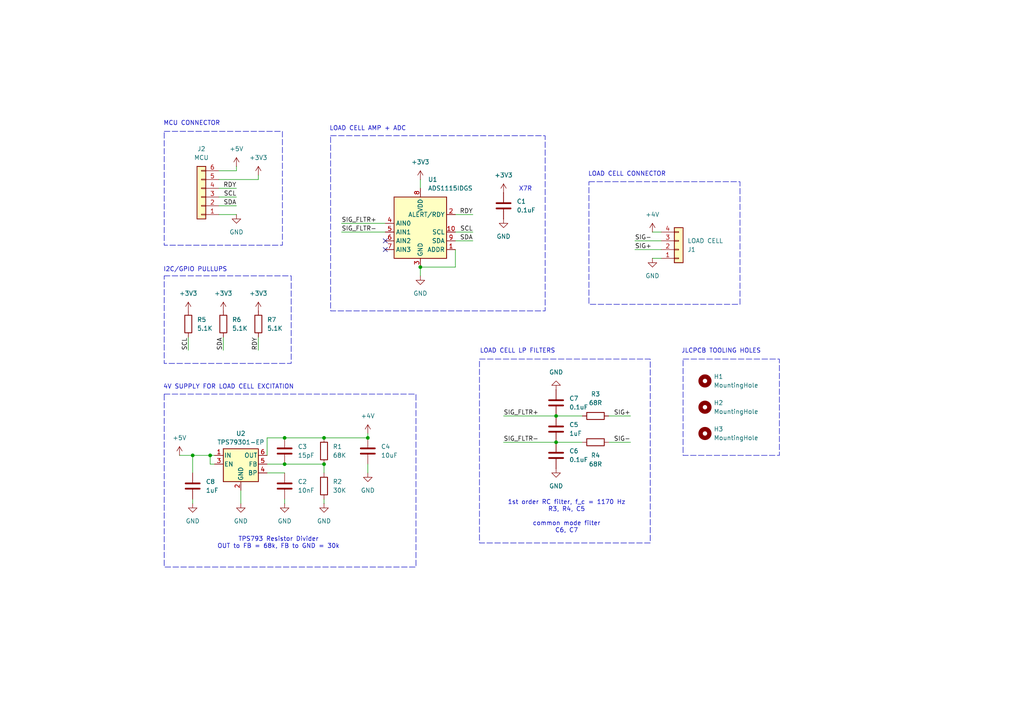
<source format=kicad_sch>
(kicad_sch (version 20231120) (generator "eeschema") (generator_version "8.0")
  (paper "A4")
  (lib_symbols
    (symbol "Analog_ADC:ADS1115IDGS"
      (property "Reference" "U" (at 2.54 13.97 0))
      (property "Value" "ADS1115IDGS" (at 7.62 11.43 0))
      (symbol "ADS1115IDGS_0_1"
        (rectangle (start -7.62 10.16) (end 7.62 -7.62) (stroke (width 0.254)) (fill (type background)))
      )
      (symbol "ADS1115IDGS_1_1"
        (pin input line (at 10.16 -5.08 180) (length 2.54) (name "ADDR") (number "1"))
        (pin input line (at 10.16 0 180) (length 2.54) (name "SCL") (number "10"))
        (pin output line (at 10.16 5.08 180) (length 2.54) (name "ALERT/RDY") (number "2"))
        (pin power_in line (at 0 -10.16 90) (length 2.54) (name "GND") (number "3"))
        (pin input line (at -10.16 2.54 0) (length 2.54) (name "AIN0") (number "4"))
        (pin input line (at -10.16 0 0) (length 2.54) (name "AIN1") (number "5"))
        (pin input line (at -10.16 -2.54 0) (length 2.54) (name "AIN2") (number "6"))
        (pin input line (at -10.16 -5.08 0) (length 2.54) (name "AIN3") (number "7"))
        (pin power_in line (at 0 12.7 270) (length 2.54) (name "VDD") (number "8"))
        (pin bidirectional line (at 10.16 -2.54 180) (length 2.54) (name "SDA") (number "9"))
      )
    )
    (symbol "Connector_Generic:Conn_01x04" (pin_names (offset 1.016) hide)
      (property "Reference" "J" (at 0 5.08 0))
      (property "Value" "Conn_01x04" (at 0 -7.62 0))
      (symbol "Conn_01x04_1_1"
        (rectangle (start -1.27 -4.953) (end 0 -5.207) (stroke (width 0.1524)))
        (rectangle (start -1.27 -2.413) (end 0 -2.667) (stroke (width 0.1524)))
        (rectangle (start -1.27 0.127) (end 0 -0.127) (stroke (width 0.1524)))
        (rectangle (start -1.27 2.667) (end 0 2.413) (stroke (width 0.1524)))
        (rectangle (start -1.27 3.81) (end 1.27 -6.35) (stroke (width 0.254)) (fill (type background)))
        (pin passive line (at -5.08 2.54 0) (length 3.81) (name "Pin_1") (number "1"))
        (pin passive line (at -5.08 0 0) (length 3.81) (name "Pin_2") (number "2"))
        (pin passive line (at -5.08 -2.54 0) (length 3.81) (name "Pin_3") (number "3"))
        (pin passive line (at -5.08 -5.08 0) (length 3.81) (name "Pin_4") (number "4"))
      )
    )
    (symbol "Connector_Generic:Conn_01x06" (pin_names (offset 1.016) hide)
      (property "Reference" "J" (at 0 7.62 0))
      (property "Value" "Conn_01x06" (at 0 -10.16 0))
      (symbol "Conn_01x06_1_1"
        (rectangle (start -1.27 -7.493) (end 0 -7.747) (stroke (width 0.1524)))
        (rectangle (start -1.27 -4.953) (end 0 -5.207) (stroke (width 0.1524)))
        (rectangle (start -1.27 -2.413) (end 0 -2.667) (stroke (width 0.1524)))
        (rectangle (start -1.27 0.127) (end 0 -0.127) (stroke (width 0.1524)))
        (rectangle (start -1.27 2.667) (end 0 2.413) (stroke (width 0.1524)))
        (rectangle (start -1.27 5.207) (end 0 4.953) (stroke (width 0.1524)))
        (rectangle (start -1.27 6.35) (end 1.27 -8.89) (stroke (width 0.254)) (fill (type background)))
        (pin passive line (at -5.08 5.08 0) (length 3.81) (name "Pin_1") (number "1"))
        (pin passive line (at -5.08 2.54 0) (length 3.81) (name "Pin_2") (number "2"))
        (pin passive line (at -5.08 0 0) (length 3.81) (name "Pin_3") (number "3"))
        (pin passive line (at -5.08 -2.54 0) (length 3.81) (name "Pin_4") (number "4"))
        (pin passive line (at -5.08 -5.08 0) (length 3.81) (name "Pin_5") (number "5"))
        (pin passive line (at -5.08 -7.62 0) (length 3.81) (name "Pin_6") (number "6"))
      )
    )
    (symbol "Device:C" (pin_numbers hide) (pin_names (offset 0.254))
      (property "Reference" "C" (at 0.635 2.54 0))
      (property "Value" "C" (at 0.635 -2.54 0))
      (symbol "C_0_1"
        (polyline (pts (xy -2.032 -0.762) (xy 2.032 -0.762)) (stroke (width 0.508)))
        (polyline (pts (xy -2.032 0.762) (xy 2.032 0.762)) (stroke (width 0.508)))
      )
      (symbol "C_1_1"
        (pin passive line (at 0 3.81 270) (length 2.794) (name "~") (number "1"))
        (pin passive line (at 0 -3.81 90) (length 2.794) (name "~") (number "2"))
      )
    )
    (symbol "Device:R" (pin_numbers hide) (pin_names (offset 0))
      (property "Reference" "R" (at 2.032 0 90))
      (property "Value" "R" (at 0 0 90))
      (symbol "R_0_1"
        (rectangle (start -1.016 -2.54) (end 1.016 2.54) (stroke (width 0.254)))
      )
      (symbol "R_1_1"
        (pin passive line (at 0 3.81 270) (length 1.27) (name "~") (number "1"))
        (pin passive line (at 0 -3.81 90) (length 1.27) (name "~") (number "2"))
      )
    )
    (symbol "Mechanical:MountingHole" (pin_names (offset 1.016)) (exclude_from_sim yes) (in_bom no)
      (property "Reference" "H" (at 0 5.08 0))
      (property "Value" "MountingHole" (at 0 3.175 0))
      (symbol "MountingHole_0_1"
        (circle (center 0 0) (radius 1.27) (stroke (width 1.27)))
      )
    )
    (symbol "Regulator_Linear:TPS79301-EP" (pin_names (offset 0.254))
      (property "Reference" "U" (at -3.81 5.715 0))
      (property "Value" "TPS79301-EP" (at 0 5.715 0))
      (symbol "TPS79301-EP_1_1"
        (rectangle (start 5.08 -5.08) (end -5.08 4.445) (stroke (width 0.254)) (fill (type background)))
        (pin power_in line (at -7.62 2.54 0) (length 2.54) (name "IN") (number "1"))
        (pin power_in line (at 0 -7.62 90) (length 2.54) (name "GND") (number "2"))
        (pin input line (at -7.62 0 0) (length 2.54) (name "EN") (number "3"))
        (pin passive line (at 7.62 -2.54 180) (length 2.54) (name "BP") (number "4"))
        (pin input line (at 7.62 0 180) (length 2.54) (name "FB") (number "5"))
        (pin power_out line (at 7.62 2.54 180) (length 2.54) (name "OUT") (number "6"))
      )
    )
    (symbol "power:+3V3" (power) (pin_numbers hide) (pin_names (offset 0) hide)
      (property "Value" "+3V3" (at 0 3.556 0))
      (symbol "+3V3_0_1"
        (polyline (pts (xy -0.762 1.27) (xy 0 2.54)))
        (polyline (pts (xy 0 0) (xy 0 2.54)))
        (polyline (pts (xy 0 2.54) (xy 0.762 1.27)))
      )
      (symbol "+3V3_1_1"
        (pin power_in line (at 0 0 90) (length 0) (name "~") (number "1"))
      )
    )
    (symbol "power:+4V" (power) (pin_numbers hide) (pin_names (offset 0) hide)
      (property "Value" "+4V" (at 0 3.556 0))
      (symbol "+4V_0_1"
        (polyline (pts (xy -0.762 1.27) (xy 0 2.54)))
        (polyline (pts (xy 0 0) (xy 0 2.54)))
        (polyline (pts (xy 0 2.54) (xy 0.762 1.27)))
      )
      (symbol "+4V_1_1"
        (pin power_in line (at 0 0 90) (length 0) (name "~") (number "1"))
      )
    )
    (symbol "power:+5V" (power) (pin_numbers hide) (pin_names (offset 0) hide)
      (property "Value" "+5V" (at 0 3.556 0))
      (symbol "+5V_0_1"
        (polyline (pts (xy -0.762 1.27) (xy 0 2.54)))
        (polyline (pts (xy 0 0) (xy 0 2.54)))
        (polyline (pts (xy 0 2.54) (xy 0.762 1.27)))
      )
      (symbol "+5V_1_1"
        (pin power_in line (at 0 0 90) (length 0) (name "~") (number "1"))
      )
    )
    (symbol "power:GND" (power) (pin_numbers hide) (pin_names (offset 0) hide)
      (property "Value" "GND" (at 0 -3.81 0))
      (symbol "GND_0_1"
        (polyline (pts (xy 0 0) (xy 0 -1.27) (xy 1.27 -1.27) (xy 0 -2.54) (xy -1.27 -1.27) (xy 0 -1.27)))
      )
      (symbol "GND_1_1"
        (pin power_in line (at 0 0 270) (length 0) (name "~") (number "1"))
      )
    )
  )
  (junction (at 93.98 127))
  (junction (at 82.55 134.62))
  (junction (at 106.68 127))
  (junction (at 55.88 132.08))
  (junction (at 121.92 77.47))
  (junction (at 161.29 128.27))
  (junction (at 161.29 120.65))
  (junction (at 60.96 132.08))
  (junction (at 93.98 134.62))
  (junction (at 82.55 127))
  (no_connect (at 111.76 69.85))
  (no_connect (at 111.76 72.39))
  (wire (pts (xy 82.55 134.62) (xy 93.98 134.62)))
  (wire (pts (xy 132.08 67.31) (xy 137.16 67.31)))
  (wire (pts (xy 106.68 137.16) (xy 106.68 134.62)))
  (wire (pts (xy 82.55 127) (xy 93.98 127)))
  (wire (pts (xy 132.08 69.85) (xy 137.16 69.85)))
  (wire (pts (xy 146.05 120.65) (xy 161.29 120.65)))
  (wire (pts (xy 63.5 54.61) (xy 68.58 54.61)))
  (wire (pts (xy 99.06 67.31) (xy 111.76 67.31)))
  (wire (pts (xy 77.47 134.62) (xy 82.55 134.62)))
  (wire (pts (xy 74.93 52.07) (xy 74.93 50.8)))
  (wire (pts (xy 161.29 128.27) (xy 168.91 128.27)))
  (wire (pts (xy 184.15 72.39) (xy 191.77 72.39)))
  (wire (pts (xy 121.92 77.47) (xy 121.92 80.01)))
  (wire (pts (xy 132.08 77.47) (xy 121.92 77.47)))
  (wire (pts (xy 189.23 74.93) (xy 191.77 74.93)))
  (wire (pts (xy 63.5 62.23) (xy 68.58 62.23)))
  (wire (pts (xy 68.58 49.53) (xy 68.58 48.26)))
  (wire (pts (xy 63.5 57.15) (xy 68.58 57.15)))
  (wire (pts (xy 121.92 52.07) (xy 121.92 54.61)))
  (wire (pts (xy 62.23 134.62) (xy 60.96 134.62)))
  (wire (pts (xy 93.98 137.16) (xy 93.98 134.62)))
  (wire (pts (xy 63.5 52.07) (xy 74.93 52.07)))
  (wire (pts (xy 63.5 59.69) (xy 68.58 59.69)))
  (wire (pts (xy 60.96 132.08) (xy 62.23 132.08)))
  (wire (pts (xy 176.53 120.65) (xy 182.88 120.65)))
  (wire (pts (xy 55.88 144.78) (xy 55.88 146.05)))
  (wire (pts (xy 106.68 125.73) (xy 106.68 127)))
  (wire (pts (xy 93.98 127) (xy 106.68 127)))
  (wire (pts (xy 184.15 69.85) (xy 191.77 69.85)))
  (wire (pts (xy 93.98 144.78) (xy 93.98 146.05)))
  (wire (pts (xy 176.53 128.27) (xy 182.88 128.27)))
  (wire (pts (xy 82.55 144.78) (xy 82.55 146.05)))
  (wire (pts (xy 54.61 97.79) (xy 54.61 101.6)))
  (wire (pts (xy 52.07 132.08) (xy 55.88 132.08)))
  (wire (pts (xy 74.93 97.79) (xy 74.93 101.6)))
  (wire (pts (xy 161.29 120.65) (xy 168.91 120.65)))
  (wire (pts (xy 63.5 49.53) (xy 68.58 49.53)))
  (wire (pts (xy 99.06 64.77) (xy 111.76 64.77)))
  (wire (pts (xy 77.47 137.16) (xy 82.55 137.16)))
  (wire (pts (xy 55.88 132.08) (xy 55.88 137.16)))
  (wire (pts (xy 55.88 132.08) (xy 60.96 132.08)))
  (wire (pts (xy 77.47 132.08) (xy 77.47 127)))
  (wire (pts (xy 69.85 142.24) (xy 69.85 146.05)))
  (wire (pts (xy 146.05 128.27) (xy 161.29 128.27)))
  (wire (pts (xy 132.08 62.23) (xy 137.16 62.23)))
  (wire (pts (xy 132.08 72.39) (xy 132.08 77.47)))
  (wire (pts (xy 64.77 97.79) (xy 64.77 101.6)))
  (wire (pts (xy 60.96 134.62) (xy 60.96 132.08)))
  (wire (pts (xy 77.47 127) (xy 82.55 127)))
  (wire (pts (xy 189.23 67.31) (xy 191.77 67.31)))
  (rectangle (start 170.815 52.705) (end 214.63 88.265) (stroke (width 0) (type dash)))
  (rectangle (start 47.625 38.1) (end 81.915 71.12) (stroke (width 0) (type dash)))
  (rectangle (start 139.065 104.14) (end 188.595 157.48) (stroke (width 0) (type dash)))
  (rectangle (start 47.625 80.01) (end 84.455 105.41) (stroke (width 0) (type dash)))
  (rectangle (start 47.625 114.3) (end 120.65 164.465) (stroke (width 0) (type dash)))
  (rectangle (start 95.885 39.37) (end 158.115 90.17) (stroke (width 0) (type dash)))
  (rectangle (start 198.12 104.14) (end 226.06 132.08) (stroke (width 0) (type dash)))
  (text "LOAD CELL AMP + ADC" (at 106.68 37.338 0) (effects (font (size 1.27 1.27))))
  (text "MCU CONNECTOR" (at 55.626 35.814 0) (effects (font (size 1.27 1.27))))
  (text "1st order RC filter, f_c = 1170 Hz\nR3, R4, C5\n\ncommon mode filter\nC6, C7\n" (at 164.338 149.86 0) (effects (font (size 1.27 1.27))))
  (text "JLCPCB TOOLING HOLES" (at 209.169 101.854 0) (effects (font (size 1.27 1.27))))
  (text "LOAD CELL CONNECTOR" (at 181.864 50.546 0) (effects (font (size 1.27 1.27))))
  (text "TPS793 Resistor Divider\nOUT to FB = 68k, FB to GND = 30k" (at 80.772 157.48 0) (effects (font (size 1.27 1.27))))
  (text "I2C/GPIO PULLUPS" (at 56.642 78.232 0) (effects (font (size 1.27 1.27))))
  (text "LOAD CELL LP FILTERS" (at 150.114 101.854 0) (effects (font (size 1.27 1.27))))
  (text "X7R" (at 152.4 54.864 0) (effects (font (size 1.27 1.27))))
  (text "4V SUPPLY FOR LOAD CELL EXCITATION" (at 66.294 112.268 0) (effects (font (size 1.27 1.27))))
  (label "SIG_FLTR+" (at 99.06 64.77 0))
  (label "SCL" (at 68.58 57.15 180))
  (label "SDA" (at 137.16 69.85 180))
  (label "SIG-" (at 182.88 128.27 180))
  (label "SIG-" (at 184.15 69.85 0))
  (label "SDA" (at 68.58 59.69 180))
  (label "RDY" (at 68.58 54.61 180))
  (label "SIG_FLTR-" (at 99.06 67.31 0))
  (label "RDY" (at 74.93 101.6 90))
  (label "SIG+" (at 182.88 120.65 180))
  (label "SDA" (at 64.77 101.6 90))
  (label "SIG_FLTR-" (at 146.05 128.27 0))
  (label "SIG+" (at 184.15 72.39 0))
  (label "SIG_FLTR+" (at 146.05 120.65 0))
  (label "SCL" (at 54.61 101.6 90))
  (label "SCL" (at 137.16 67.31 180))
  (label "RDY" (at 137.16 62.23 180))
  (symbol (lib_id "power:+3V3") (at 146.05 55.88 0) (unit 1)
    (property "Reference" "#PWR07" (effects (hide yes)))
    (property "Value" "+3V3" (at 146.05 50.8 0))
    (property "Description" "Power symbol creates a global label with name \"+3V3\"" (effects (hide yes)))
  )
  (symbol (lib_id "power:GND") (at 189.23 74.93 0) (unit 1)
    (property "Reference" "#PWR014" (effects (hide yes)))
    (property "Value" "GND" (at 189.23 80.01 0))
    (property "Description" "Power symbol creates a global label with name \"GND\" , ground" (effects (hide yes)))
  )
  (symbol (lib_id "power:GND") (at 161.29 135.89 0) (unit 1)
    (property "Reference" "#PWR017" (effects (hide yes)))
    (property "Value" "GND" (at 161.29 140.97 0))
    (property "Description" "Power symbol creates a global label with name \"GND\" , ground" (effects (hide yes)))
  )
  (symbol (lib_id "Device:C") (at 55.88 140.97 0) (unit 1)
    (property "Reference" "C8" (at 59.69 139.6999 0) (effects (justify left)))
    (property "Value" "1uF" (at 59.69 142.2399 0) (effects (justify left)))
    (property "Footprint" "Capacitor_SMD:C_0402_1005Metric" (effects (hide yes)))
    (property "Description" "Unpolarized capacitor" (effects (hide yes)))
  )
  (symbol (lib_id "Connector_Generic:Conn_01x04") (at 196.85 72.39 0) (mirror x) (unit 1)
    (property "Reference" "J1" (at 199.39 72.3901 0) (effects (justify left)))
    (property "Value" "LOAD CELL" (at 199.39 69.8501 0) (effects (justify left)))
    (property "Footprint" "Connector_JST:JST_PH_B4B-PH-K_1x04_P2.00mm_Vertical" (effects (hide yes)))
    (property "Description" "Generic connector, single row, 01x04, script generated (kicad-library-utils/schlib/autogen/connector/)" (effects (hide yes)))
  )
  (symbol (lib_id "Mechanical:MountingHole") (at 204.47 125.73 0) (unit 1) (exclude_from_sim yes) (in_bom no)
    (property "Reference" "H3" (at 207.01 124.4599 0) (effects (justify left)))
    (property "Value" "MountingHole" (at 207.01 126.9999 0) (effects (justify left)))
    (property "Footprint" "JLCPCB:SMD Tooling Hole" (effects (hide yes)))
    (property "Description" "Mounting Hole without connection" (effects (hide yes)))
  )
  (symbol (lib_id "Regulator_Linear:TPS79301-EP") (at 69.85 134.62 0) (unit 1)
    (property "Reference" "U2" (at 69.85 125.73 0))
    (property "Value" "TPS79301-EP" (at 69.85 128.27 0))
    (property "Footprint" "Package_TO_SOT_SMD:SOT-23-6" (effects (hide yes)))
    (property "Datasheet" "http://www.ti.com/lit/ds/symlink/tps79333-ep.pdf" (effects (hide yes)))
    (property "Description" "200mA UltraLow-Noise, High-Precision, Fast RF, Low Drop-out Voltage Regulator, Adjustable Output, SOT-23" (effects (hide yes)))
  )
  (symbol (lib_id "Device:R") (at 54.61 93.98 0) (unit 1)
    (property "Reference" "R5" (at 57.15 92.7099 0) (effects (justify left)))
    (property "Value" "5.1K" (at 57.15 95.2499 0) (effects (justify left)))
    (property "Footprint" "Resistor_SMD:R_0402_1005Metric" (effects (hide yes)))
    (property "Description" "Resistor" (effects (hide yes)))
  )
  (symbol (lib_id "Device:R") (at 172.72 128.27 270) (unit 1)
    (property "Reference" "R4" (at 172.72 132.08 90))
    (property "Value" "68R" (at 172.72 134.62 90))
    (property "Footprint" "Resistor_SMD:R_0402_1005Metric" (effects (hide yes)))
    (property "Description" "Resistor" (effects (hide yes)))
  )
  (symbol (lib_id "power:GND") (at 55.88 146.05 0) (unit 1)
    (property "Reference" "#PWR021" (effects (hide yes)))
    (property "Value" "GND" (at 55.88 151.13 0))
    (property "Description" "Power symbol creates a global label with name \"GND\" , ground" (effects (hide yes)))
  )
  (symbol (lib_id "power:+5V") (at 68.58 48.26 0) (unit 1)
    (property "Reference" "#PWR02" (effects (hide yes)))
    (property "Value" "+5V" (at 68.58 43.18 0))
    (property "Description" "Power symbol creates a global label with name \"+5V\"" (effects (hide yes)))
  )
  (symbol (lib_id "Device:R") (at 74.93 93.98 0) (unit 1)
    (property "Reference" "R7" (at 77.47 92.7099 0) (effects (justify left)))
    (property "Value" "5.1K" (at 77.47 95.2499 0) (effects (justify left)))
    (property "Footprint" "Resistor_SMD:R_0402_1005Metric" (effects (hide yes)))
    (property "Description" "Resistor" (effects (hide yes)))
  )
  (symbol (lib_id "Device:R") (at 93.98 130.81 0) (unit 1)
    (property "Reference" "R1" (at 96.52 129.5399 0) (effects (justify left)))
    (property "Value" "68K" (at 96.52 132.0799 0) (effects (justify left)))
    (property "Footprint" "Resistor_SMD:R_0402_1005Metric" (effects (hide yes)))
    (property "Description" "Resistor" (effects (hide yes)))
  )
  (symbol (lib_id "Device:C") (at 161.29 116.84 0) (unit 1)
    (property "Reference" "C7" (at 165.1 115.5699 0) (effects (justify left)))
    (property "Value" "0.1uF" (at 165.1 118.1099 0) (effects (justify left)))
    (property "Footprint" "Capacitor_SMD:C_0402_1005Metric" (effects (hide yes)))
    (property "Description" "Unpolarized capacitor" (effects (hide yes)))
  )
  (symbol (lib_id "Device:R") (at 172.72 120.65 90) (unit 1)
    (property "Reference" "R3" (at 172.72 114.3 90))
    (property "Value" "68R" (at 172.72 116.84 90))
    (property "Footprint" "Resistor_SMD:R_0402_1005Metric" (effects (hide yes)))
    (property "Description" "Resistor" (effects (hide yes)))
  )
  (symbol (lib_id "power:+3V3") (at 74.93 90.17 0) (unit 1)
    (property "Reference" "#PWR020" (effects (hide yes)))
    (property "Value" "+3V3" (at 74.93 85.09 0))
    (property "Description" "Power symbol creates a global label with name \"+3V3\"" (effects (hide yes)))
  )
  (symbol (lib_id "Analog_ADC:ADS1115IDGS") (at 121.92 67.31 0) (unit 1)
    (property "Reference" "U1" (at 124.1141 52.07 0) (effects (justify left)))
    (property "Value" "ADS1115IDGS" (at 124.1141 54.61 0) (effects (justify left)))
    (property "Footprint" "Package_SO:TSSOP-10_3x3mm_P0.5mm" (effects (hide yes)))
    (property "Datasheet" "http://www.ti.com/lit/ds/symlink/ads1113.pdf" (effects (hide yes)))
    (property "Description" "Ultra-Small, Low-Power, I2C-Compatible, 860-SPS, 16-Bit ADCs With Internal Reference, Oscillator, and Programmable Comparator, VSSOP-10" (effects (hide yes)))
  )
  (symbol (lib_id "power:GND") (at 121.92 80.01 0) (unit 1)
    (property "Reference" "#PWR06" (effects (hide yes)))
    (property "Value" "GND" (at 121.92 85.09 0))
    (property "Description" "Power symbol creates a global label with name \"GND\" , ground" (effects (hide yes)))
  )
  (symbol (lib_id "Device:C") (at 161.29 132.08 0) (unit 1)
    (property "Reference" "C6" (at 165.1 130.8099 0) (effects (justify left)))
    (property "Value" "0.1uF" (at 165.1 133.3499 0) (effects (justify left)))
    (property "Footprint" "Capacitor_SMD:C_0402_1005Metric" (effects (hide yes)))
    (property "Description" "Unpolarized capacitor" (effects (hide yes)))
  )
  (symbol (lib_id "Mechanical:MountingHole") (at 204.47 118.11 0) (unit 1) (exclude_from_sim yes) (in_bom no)
    (property "Reference" "H2" (at 207.01 116.8399 0) (effects (justify left)))
    (property "Value" "MountingHole" (at 207.01 119.3799 0) (effects (justify left)))
    (property "Footprint" "JLCPCB:SMD Tooling Hole" (effects (hide yes)))
    (property "Description" "Mounting Hole without connection" (effects (hide yes)))
  )
  (symbol (lib_id "Device:R") (at 93.98 140.97 0) (unit 1)
    (property "Reference" "R2" (at 96.52 139.6999 0) (effects (justify left)))
    (property "Value" "30K" (at 96.52 142.2399 0) (effects (justify left)))
    (property "Footprint" "Resistor_SMD:R_0402_1005Metric" (effects (hide yes)))
    (property "Description" "Resistor" (effects (hide yes)))
  )
  (symbol (lib_id "Mechanical:MountingHole") (at 204.47 110.49 0) (unit 1) (exclude_from_sim yes) (in_bom no)
    (property "Reference" "H1" (at 207.01 109.2199 0) (effects (justify left)))
    (property "Value" "MountingHole" (at 207.01 111.7599 0) (effects (justify left)))
    (property "Footprint" "JLCPCB:SMD Tooling Hole" (effects (hide yes)))
    (property "Description" "Mounting Hole without connection" (effects (hide yes)))
  )
  (symbol (lib_id "Device:C") (at 161.29 124.46 0) (unit 1)
    (property "Reference" "C5" (at 165.1 123.1899 0) (effects (justify left)))
    (property "Value" "1uF" (at 165.1 125.7299 0) (effects (justify left)))
    (property "Footprint" "Capacitor_SMD:C_0402_1005Metric" (effects (hide yes)))
    (property "Description" "Unpolarized capacitor" (effects (hide yes)))
  )
  (symbol (lib_id "Connector_Generic:Conn_01x06") (at 58.42 57.15 180) (unit 1)
    (property "Reference" "J2" (at 58.42 43.18 0))
    (property "Value" "MCU" (at 58.42 45.72 0))
    (property "Footprint" "Connector_JST:JST_PH_B6B-PH-K_1x06_P2.00mm_Vertical" (effects (hide yes)))
    (property "Description" "Generic connector, single row, 01x06, script generated (kicad-library-utils/schlib/autogen/connector/)" (effects (hide yes)))
  )
  (symbol (lib_id "power:+4V") (at 189.23 67.31 0) (unit 1)
    (property "Reference" "#PWR013" (effects (hide yes)))
    (property "Value" "+4V" (at 189.23 62.23 0))
    (property "Description" "Power symbol creates a global label with name \"+4V\"" (effects (hide yes)))
  )
  (symbol (lib_id "Device:C") (at 82.55 130.81 0) (unit 1)
    (property "Reference" "C3" (at 86.36 129.5399 0) (effects (justify left)))
    (property "Value" "15pF" (at 86.36 132.0799 0) (effects (justify left)))
    (property "Footprint" "Capacitor_SMD:C_0402_1005Metric" (effects (hide yes)))
    (property "Description" "Unpolarized capacitor" (effects (hide yes)))
  )
  (symbol (lib_id "power:GND") (at 161.29 113.03 180) (unit 1)
    (property "Reference" "#PWR016" (effects (hide yes)))
    (property "Value" "GND" (at 161.29 107.95 0))
    (property "Description" "Power symbol creates a global label with name \"GND\" , ground" (effects (hide yes)))
  )
  (symbol (lib_id "power:GND") (at 69.85 146.05 0) (unit 1)
    (property "Reference" "#PWR08" (effects (hide yes)))
    (property "Value" "GND" (at 69.85 151.13 0))
    (property "Description" "Power symbol creates a global label with name \"GND\" , ground" (effects (hide yes)))
  )
  (symbol (lib_id "power:+5V") (at 52.07 132.08 0) (unit 1)
    (property "Reference" "#PWR010" (effects (hide yes)))
    (property "Value" "+5V" (at 52.07 127 0))
    (property "Description" "Power symbol creates a global label with name \"+5V\"" (effects (hide yes)))
  )
  (symbol (lib_id "power:GND") (at 106.68 137.16 0) (unit 1)
    (property "Reference" "#PWR03" (effects (hide yes)))
    (property "Value" "GND" (at 106.68 142.24 0))
    (property "Description" "Power symbol creates a global label with name \"GND\" , ground" (effects (hide yes)))
  )
  (symbol (lib_id "power:+3V3") (at 121.92 52.07 0) (unit 1)
    (property "Reference" "#PWR01" (effects (hide yes)))
    (property "Value" "+3V3" (at 121.92 46.99 0))
    (property "Description" "Power symbol creates a global label with name \"+3V3\"" (effects (hide yes)))
  )
  (symbol (lib_id "power:GND") (at 146.05 63.5 0) (unit 1)
    (property "Reference" "#PWR015" (effects (hide yes)))
    (property "Value" "GND" (at 146.05 68.58 0))
    (property "Description" "Power symbol creates a global label with name \"GND\" , ground" (effects (hide yes)))
  )
  (symbol (lib_id "power:+3V3") (at 64.77 90.17 0) (unit 1)
    (property "Reference" "#PWR019" (effects (hide yes)))
    (property "Value" "+3V3" (at 64.77 85.09 0))
    (property "Description" "Power symbol creates a global label with name \"+3V3\"" (effects (hide yes)))
  )
  (symbol (lib_id "Device:R") (at 64.77 93.98 0) (unit 1)
    (property "Reference" "R6" (at 67.31 92.7099 0) (effects (justify left)))
    (property "Value" "5.1K" (at 67.31 95.2499 0) (effects (justify left)))
    (property "Footprint" "Resistor_SMD:R_0402_1005Metric" (effects (hide yes)))
    (property "Description" "Resistor" (effects (hide yes)))
  )
  (symbol (lib_id "Device:C") (at 82.55 140.97 0) (unit 1)
    (property "Reference" "C2" (at 86.36 139.6999 0) (effects (justify left)))
    (property "Value" "10nF" (at 86.36 142.2399 0) (effects (justify left)))
    (property "Footprint" "Capacitor_SMD:C_0402_1005Metric" (effects (hide yes)))
    (property "Description" "Unpolarized capacitor" (effects (hide yes)))
  )
  (symbol (lib_id "power:GND") (at 82.55 146.05 0) (unit 1)
    (property "Reference" "#PWR09" (effects (hide yes)))
    (property "Value" "GND" (at 82.55 151.13 0))
    (property "Description" "Power symbol creates a global label with name \"GND\" , ground" (effects (hide yes)))
  )
  (symbol (lib_id "power:+4V") (at 106.68 125.73 0) (unit 1)
    (property "Reference" "#PWR011" (effects (hide yes)))
    (property "Value" "+4V" (at 106.68 120.65 0))
    (property "Description" "Power symbol creates a global label with name \"+4V\"" (effects (hide yes)))
  )
  (symbol (lib_id "Device:C") (at 106.68 130.81 0) (unit 1)
    (property "Reference" "C4" (at 110.49 129.5399 0) (effects (justify left)))
    (property "Value" "10uF" (at 110.49 132.0799 0) (effects (justify left)))
    (property "Footprint" "Capacitor_SMD:C_0603_1608Metric" (effects (hide yes)))
    (property "Description" "Unpolarized capacitor" (effects (hide yes)))
  )
  (symbol (lib_id "power:GND") (at 93.98 146.05 0) (unit 1)
    (property "Reference" "#PWR012" (effects (hide yes)))
    (property "Value" "GND" (at 93.98 151.13 0))
    (property "Description" "Power symbol creates a global label with name \"GND\" , ground" (effects (hide yes)))
  )
  (symbol (lib_id "Device:C") (at 146.05 59.69 180) (unit 1)
    (property "Reference" "C1" (at 149.86 58.4199 0) (effects (justify right)))
    (property "Value" "0.1uF" (at 149.86 60.9599 0) (effects (justify right)))
    (property "Footprint" "Capacitor_SMD:C_0402_1005Metric" (effects (hide yes)))
    (property "Description" "Unpolarized capacitor" (effects (hide yes)))
  )
  (symbol (lib_id "power:GND") (at 68.58 62.23 0) (unit 1)
    (property "Reference" "#PWR04" (effects (hide yes)))
    (property "Value" "GND" (at 68.58 67.31 0))
    (property "Description" "Power symbol creates a global label with name \"GND\" , ground" (effects (hide yes)))
  )
  (symbol (lib_id "power:+3V3") (at 54.61 90.17 0) (unit 1)
    (property "Reference" "#PWR018" (effects (hide yes)))
    (property "Value" "+3V3" (at 54.61 85.09 0))
    (property "Description" "Power symbol creates a global label with name \"+3V3\"" (effects (hide yes)))
  )
  (symbol (lib_id "power:+3V3") (at 74.93 50.8 0) (unit 1)
    (property "Reference" "#PWR05" (effects (hide yes)))
    (property "Value" "+3V3" (at 74.93 45.72 0))
    (property "Description" "Power symbol creates a global label with name \"+3V3\"" (effects (hide yes)))
  )
)
</source>
